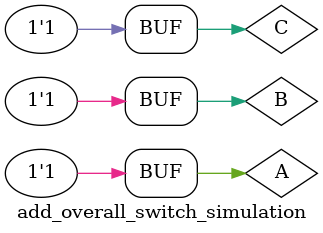
<source format=v>
`timescale 1ns / 1ps


module add_overall_switch_simulation(

    );
    
    // Inputs
    reg A;
    reg B;
    reg C;
    
    // Outputs
    wire LED1;
    wire LED2;
    wire LED3;
    
    // Device Under Test (DUT)
    add_overall_switch dut(A, B, C, LED1, LED2, LED3);
    
    // Starts testing
    initial begin
        A = 0; B = 0; C = 0; #10;
        A = 0; B = 1; C = 0; #10;
        A = 0; B = 0; C = 1; #10;
        A = 0; B = 1; C = 1; #10;
        A = 1; B = 0; C = 0; #10;
        A = 1; B = 1; C = 0; #10;
        A = 1; B = 0; C = 1; #10;
        A = 1; B = 1; C = 1; #10;
    end
endmodule

</source>
